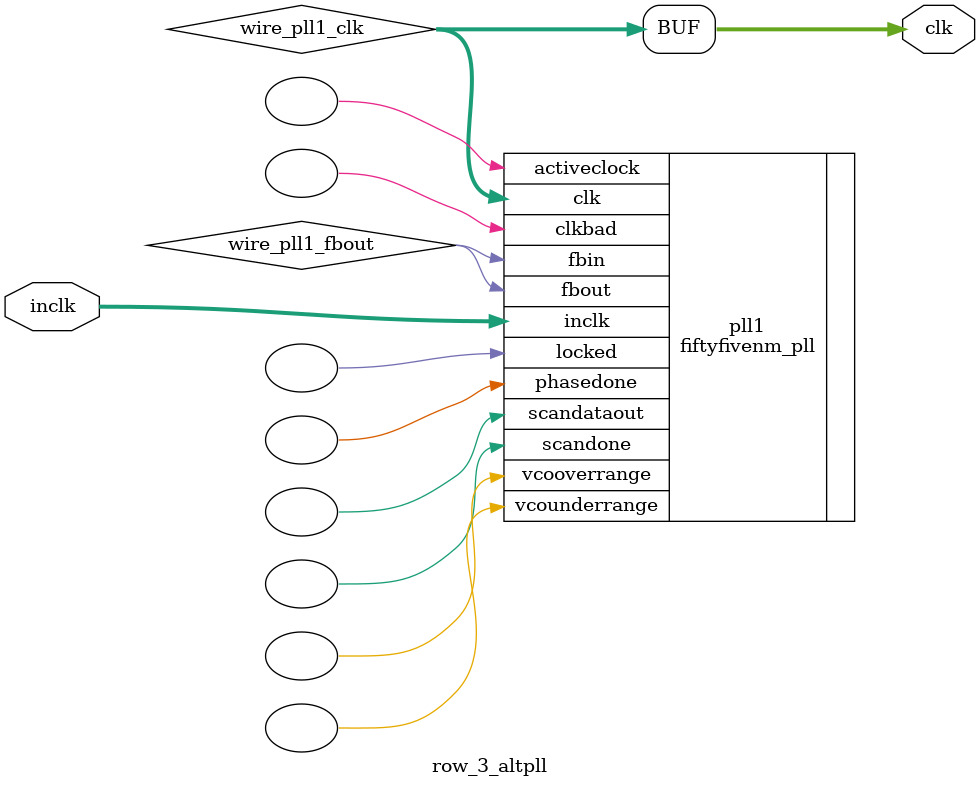
<source format=v>






//synthesis_resources = fiftyfivenm_pll 1 
//synopsys translate_off
`timescale 1 ps / 1 ps
//synopsys translate_on
module  row_3_altpll
	( 
	clk,
	inclk) /* synthesis synthesis_clearbox=1 */;
	output   [4:0]  clk;
	input   [1:0]  inclk;
`ifndef ALTERA_RESERVED_QIS
// synopsys translate_off
`endif
	tri0   [1:0]  inclk;
`ifndef ALTERA_RESERVED_QIS
// synopsys translate_on
`endif

	wire  [4:0]   wire_pll1_clk;
	wire  wire_pll1_fbout;

	fiftyfivenm_pll   pll1
	( 
	.activeclock(),
	.clk(wire_pll1_clk),
	.clkbad(),
	.fbin(wire_pll1_fbout),
	.fbout(wire_pll1_fbout),
	.inclk(inclk),
	.locked(),
	.phasedone(),
	.scandataout(),
	.scandone(),
	.vcooverrange(),
	.vcounderrange()
	`ifndef FORMAL_VERIFICATION
	// synopsys translate_off
	`endif
	,
	.areset(1'b0),
	.clkswitch(1'b0),
	.configupdate(1'b0),
	.pfdena(1'b1),
	.phasecounterselect({3{1'b0}}),
	.phasestep(1'b0),
	.phaseupdown(1'b0),
	.scanclk(1'b0),
	.scanclkena(1'b1),
	.scandata(1'b0)
	`ifndef FORMAL_VERIFICATION
	// synopsys translate_on
	`endif
	);
	defparam
		pll1.bandwidth_type = "auto",
		pll1.clk0_divide_by = 6000000,
		pll1.clk0_duty_cycle = 50,
		pll1.clk0_multiply_by = 941,
		pll1.clk0_phase_shift = "0",
		pll1.compensate_clock = "clk0",
		pll1.inclk0_input_frequency = 83333,
		pll1.operation_mode = "normal",
		pll1.pll_type = "auto",
		pll1.lpm_type = "fiftyfivenm_pll";
	assign
		clk = {wire_pll1_clk[4:0]};
endmodule //row_3_altpll
//VALID FILE

</source>
